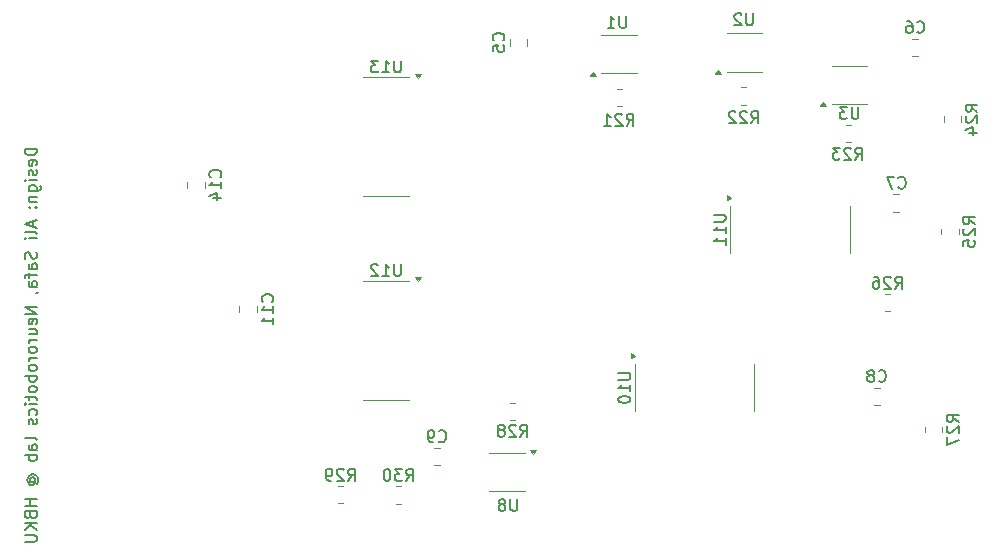
<source format=gbr>
%TF.GenerationSoftware,KiCad,Pcbnew,8.0.8*%
%TF.CreationDate,2025-07-24T20:19:30+03:00*%
%TF.ProjectId,memristor_shield,6d656d72-6973-4746-9f72-5f736869656c,rev?*%
%TF.SameCoordinates,Original*%
%TF.FileFunction,Legend,Bot*%
%TF.FilePolarity,Positive*%
%FSLAX46Y46*%
G04 Gerber Fmt 4.6, Leading zero omitted, Abs format (unit mm)*
G04 Created by KiCad (PCBNEW 8.0.8) date 2025-07-24 20:19:30*
%MOMM*%
%LPD*%
G01*
G04 APERTURE LIST*
%ADD10C,0.150000*%
%ADD11C,0.120000*%
G04 APERTURE END LIST*
D10*
X111449819Y-63656779D02*
X110449819Y-63656779D01*
X110449819Y-63656779D02*
X110449819Y-63894874D01*
X110449819Y-63894874D02*
X110497438Y-64037731D01*
X110497438Y-64037731D02*
X110592676Y-64132969D01*
X110592676Y-64132969D02*
X110687914Y-64180588D01*
X110687914Y-64180588D02*
X110878390Y-64228207D01*
X110878390Y-64228207D02*
X111021247Y-64228207D01*
X111021247Y-64228207D02*
X111211723Y-64180588D01*
X111211723Y-64180588D02*
X111306961Y-64132969D01*
X111306961Y-64132969D02*
X111402200Y-64037731D01*
X111402200Y-64037731D02*
X111449819Y-63894874D01*
X111449819Y-63894874D02*
X111449819Y-63656779D01*
X111402200Y-65037731D02*
X111449819Y-64942493D01*
X111449819Y-64942493D02*
X111449819Y-64752017D01*
X111449819Y-64752017D02*
X111402200Y-64656779D01*
X111402200Y-64656779D02*
X111306961Y-64609160D01*
X111306961Y-64609160D02*
X110926009Y-64609160D01*
X110926009Y-64609160D02*
X110830771Y-64656779D01*
X110830771Y-64656779D02*
X110783152Y-64752017D01*
X110783152Y-64752017D02*
X110783152Y-64942493D01*
X110783152Y-64942493D02*
X110830771Y-65037731D01*
X110830771Y-65037731D02*
X110926009Y-65085350D01*
X110926009Y-65085350D02*
X111021247Y-65085350D01*
X111021247Y-65085350D02*
X111116485Y-64609160D01*
X111402200Y-65466303D02*
X111449819Y-65561541D01*
X111449819Y-65561541D02*
X111449819Y-65752017D01*
X111449819Y-65752017D02*
X111402200Y-65847255D01*
X111402200Y-65847255D02*
X111306961Y-65894874D01*
X111306961Y-65894874D02*
X111259342Y-65894874D01*
X111259342Y-65894874D02*
X111164104Y-65847255D01*
X111164104Y-65847255D02*
X111116485Y-65752017D01*
X111116485Y-65752017D02*
X111116485Y-65609160D01*
X111116485Y-65609160D02*
X111068866Y-65513922D01*
X111068866Y-65513922D02*
X110973628Y-65466303D01*
X110973628Y-65466303D02*
X110926009Y-65466303D01*
X110926009Y-65466303D02*
X110830771Y-65513922D01*
X110830771Y-65513922D02*
X110783152Y-65609160D01*
X110783152Y-65609160D02*
X110783152Y-65752017D01*
X110783152Y-65752017D02*
X110830771Y-65847255D01*
X111449819Y-66323446D02*
X110783152Y-66323446D01*
X110449819Y-66323446D02*
X110497438Y-66275827D01*
X110497438Y-66275827D02*
X110545057Y-66323446D01*
X110545057Y-66323446D02*
X110497438Y-66371065D01*
X110497438Y-66371065D02*
X110449819Y-66323446D01*
X110449819Y-66323446D02*
X110545057Y-66323446D01*
X110783152Y-67228207D02*
X111592676Y-67228207D01*
X111592676Y-67228207D02*
X111687914Y-67180588D01*
X111687914Y-67180588D02*
X111735533Y-67132969D01*
X111735533Y-67132969D02*
X111783152Y-67037731D01*
X111783152Y-67037731D02*
X111783152Y-66894874D01*
X111783152Y-66894874D02*
X111735533Y-66799636D01*
X111402200Y-67228207D02*
X111449819Y-67132969D01*
X111449819Y-67132969D02*
X111449819Y-66942493D01*
X111449819Y-66942493D02*
X111402200Y-66847255D01*
X111402200Y-66847255D02*
X111354580Y-66799636D01*
X111354580Y-66799636D02*
X111259342Y-66752017D01*
X111259342Y-66752017D02*
X110973628Y-66752017D01*
X110973628Y-66752017D02*
X110878390Y-66799636D01*
X110878390Y-66799636D02*
X110830771Y-66847255D01*
X110830771Y-66847255D02*
X110783152Y-66942493D01*
X110783152Y-66942493D02*
X110783152Y-67132969D01*
X110783152Y-67132969D02*
X110830771Y-67228207D01*
X110783152Y-67704398D02*
X111449819Y-67704398D01*
X110878390Y-67704398D02*
X110830771Y-67752017D01*
X110830771Y-67752017D02*
X110783152Y-67847255D01*
X110783152Y-67847255D02*
X110783152Y-67990112D01*
X110783152Y-67990112D02*
X110830771Y-68085350D01*
X110830771Y-68085350D02*
X110926009Y-68132969D01*
X110926009Y-68132969D02*
X111449819Y-68132969D01*
X111354580Y-68609160D02*
X111402200Y-68656779D01*
X111402200Y-68656779D02*
X111449819Y-68609160D01*
X111449819Y-68609160D02*
X111402200Y-68561541D01*
X111402200Y-68561541D02*
X111354580Y-68609160D01*
X111354580Y-68609160D02*
X111449819Y-68609160D01*
X110830771Y-68609160D02*
X110878390Y-68656779D01*
X110878390Y-68656779D02*
X110926009Y-68609160D01*
X110926009Y-68609160D02*
X110878390Y-68561541D01*
X110878390Y-68561541D02*
X110830771Y-68609160D01*
X110830771Y-68609160D02*
X110926009Y-68609160D01*
X111164104Y-69799636D02*
X111164104Y-70275826D01*
X111449819Y-69704398D02*
X110449819Y-70037731D01*
X110449819Y-70037731D02*
X111449819Y-70371064D01*
X111449819Y-70847255D02*
X111402200Y-70752017D01*
X111402200Y-70752017D02*
X111306961Y-70704398D01*
X111306961Y-70704398D02*
X110449819Y-70704398D01*
X111449819Y-71228208D02*
X110783152Y-71228208D01*
X110449819Y-71228208D02*
X110497438Y-71180589D01*
X110497438Y-71180589D02*
X110545057Y-71228208D01*
X110545057Y-71228208D02*
X110497438Y-71275827D01*
X110497438Y-71275827D02*
X110449819Y-71228208D01*
X110449819Y-71228208D02*
X110545057Y-71228208D01*
X111402200Y-72418684D02*
X111449819Y-72561541D01*
X111449819Y-72561541D02*
X111449819Y-72799636D01*
X111449819Y-72799636D02*
X111402200Y-72894874D01*
X111402200Y-72894874D02*
X111354580Y-72942493D01*
X111354580Y-72942493D02*
X111259342Y-72990112D01*
X111259342Y-72990112D02*
X111164104Y-72990112D01*
X111164104Y-72990112D02*
X111068866Y-72942493D01*
X111068866Y-72942493D02*
X111021247Y-72894874D01*
X111021247Y-72894874D02*
X110973628Y-72799636D01*
X110973628Y-72799636D02*
X110926009Y-72609160D01*
X110926009Y-72609160D02*
X110878390Y-72513922D01*
X110878390Y-72513922D02*
X110830771Y-72466303D01*
X110830771Y-72466303D02*
X110735533Y-72418684D01*
X110735533Y-72418684D02*
X110640295Y-72418684D01*
X110640295Y-72418684D02*
X110545057Y-72466303D01*
X110545057Y-72466303D02*
X110497438Y-72513922D01*
X110497438Y-72513922D02*
X110449819Y-72609160D01*
X110449819Y-72609160D02*
X110449819Y-72847255D01*
X110449819Y-72847255D02*
X110497438Y-72990112D01*
X111449819Y-73847255D02*
X110926009Y-73847255D01*
X110926009Y-73847255D02*
X110830771Y-73799636D01*
X110830771Y-73799636D02*
X110783152Y-73704398D01*
X110783152Y-73704398D02*
X110783152Y-73513922D01*
X110783152Y-73513922D02*
X110830771Y-73418684D01*
X111402200Y-73847255D02*
X111449819Y-73752017D01*
X111449819Y-73752017D02*
X111449819Y-73513922D01*
X111449819Y-73513922D02*
X111402200Y-73418684D01*
X111402200Y-73418684D02*
X111306961Y-73371065D01*
X111306961Y-73371065D02*
X111211723Y-73371065D01*
X111211723Y-73371065D02*
X111116485Y-73418684D01*
X111116485Y-73418684D02*
X111068866Y-73513922D01*
X111068866Y-73513922D02*
X111068866Y-73752017D01*
X111068866Y-73752017D02*
X111021247Y-73847255D01*
X110783152Y-74180589D02*
X110783152Y-74561541D01*
X111449819Y-74323446D02*
X110592676Y-74323446D01*
X110592676Y-74323446D02*
X110497438Y-74371065D01*
X110497438Y-74371065D02*
X110449819Y-74466303D01*
X110449819Y-74466303D02*
X110449819Y-74561541D01*
X111449819Y-75323446D02*
X110926009Y-75323446D01*
X110926009Y-75323446D02*
X110830771Y-75275827D01*
X110830771Y-75275827D02*
X110783152Y-75180589D01*
X110783152Y-75180589D02*
X110783152Y-74990113D01*
X110783152Y-74990113D02*
X110830771Y-74894875D01*
X111402200Y-75323446D02*
X111449819Y-75228208D01*
X111449819Y-75228208D02*
X111449819Y-74990113D01*
X111449819Y-74990113D02*
X111402200Y-74894875D01*
X111402200Y-74894875D02*
X111306961Y-74847256D01*
X111306961Y-74847256D02*
X111211723Y-74847256D01*
X111211723Y-74847256D02*
X111116485Y-74894875D01*
X111116485Y-74894875D02*
X111068866Y-74990113D01*
X111068866Y-74990113D02*
X111068866Y-75228208D01*
X111068866Y-75228208D02*
X111021247Y-75323446D01*
X111402200Y-75847256D02*
X111449819Y-75847256D01*
X111449819Y-75847256D02*
X111545057Y-75799637D01*
X111545057Y-75799637D02*
X111592676Y-75752018D01*
X111449819Y-77037732D02*
X110449819Y-77037732D01*
X110449819Y-77037732D02*
X111449819Y-77609160D01*
X111449819Y-77609160D02*
X110449819Y-77609160D01*
X111402200Y-78466303D02*
X111449819Y-78371065D01*
X111449819Y-78371065D02*
X111449819Y-78180589D01*
X111449819Y-78180589D02*
X111402200Y-78085351D01*
X111402200Y-78085351D02*
X111306961Y-78037732D01*
X111306961Y-78037732D02*
X110926009Y-78037732D01*
X110926009Y-78037732D02*
X110830771Y-78085351D01*
X110830771Y-78085351D02*
X110783152Y-78180589D01*
X110783152Y-78180589D02*
X110783152Y-78371065D01*
X110783152Y-78371065D02*
X110830771Y-78466303D01*
X110830771Y-78466303D02*
X110926009Y-78513922D01*
X110926009Y-78513922D02*
X111021247Y-78513922D01*
X111021247Y-78513922D02*
X111116485Y-78037732D01*
X110783152Y-79371065D02*
X111449819Y-79371065D01*
X110783152Y-78942494D02*
X111306961Y-78942494D01*
X111306961Y-78942494D02*
X111402200Y-78990113D01*
X111402200Y-78990113D02*
X111449819Y-79085351D01*
X111449819Y-79085351D02*
X111449819Y-79228208D01*
X111449819Y-79228208D02*
X111402200Y-79323446D01*
X111402200Y-79323446D02*
X111354580Y-79371065D01*
X111449819Y-79847256D02*
X110783152Y-79847256D01*
X110973628Y-79847256D02*
X110878390Y-79894875D01*
X110878390Y-79894875D02*
X110830771Y-79942494D01*
X110830771Y-79942494D02*
X110783152Y-80037732D01*
X110783152Y-80037732D02*
X110783152Y-80132970D01*
X111449819Y-80609161D02*
X111402200Y-80513923D01*
X111402200Y-80513923D02*
X111354580Y-80466304D01*
X111354580Y-80466304D02*
X111259342Y-80418685D01*
X111259342Y-80418685D02*
X110973628Y-80418685D01*
X110973628Y-80418685D02*
X110878390Y-80466304D01*
X110878390Y-80466304D02*
X110830771Y-80513923D01*
X110830771Y-80513923D02*
X110783152Y-80609161D01*
X110783152Y-80609161D02*
X110783152Y-80752018D01*
X110783152Y-80752018D02*
X110830771Y-80847256D01*
X110830771Y-80847256D02*
X110878390Y-80894875D01*
X110878390Y-80894875D02*
X110973628Y-80942494D01*
X110973628Y-80942494D02*
X111259342Y-80942494D01*
X111259342Y-80942494D02*
X111354580Y-80894875D01*
X111354580Y-80894875D02*
X111402200Y-80847256D01*
X111402200Y-80847256D02*
X111449819Y-80752018D01*
X111449819Y-80752018D02*
X111449819Y-80609161D01*
X111449819Y-81371066D02*
X110783152Y-81371066D01*
X110973628Y-81371066D02*
X110878390Y-81418685D01*
X110878390Y-81418685D02*
X110830771Y-81466304D01*
X110830771Y-81466304D02*
X110783152Y-81561542D01*
X110783152Y-81561542D02*
X110783152Y-81656780D01*
X111449819Y-82132971D02*
X111402200Y-82037733D01*
X111402200Y-82037733D02*
X111354580Y-81990114D01*
X111354580Y-81990114D02*
X111259342Y-81942495D01*
X111259342Y-81942495D02*
X110973628Y-81942495D01*
X110973628Y-81942495D02*
X110878390Y-81990114D01*
X110878390Y-81990114D02*
X110830771Y-82037733D01*
X110830771Y-82037733D02*
X110783152Y-82132971D01*
X110783152Y-82132971D02*
X110783152Y-82275828D01*
X110783152Y-82275828D02*
X110830771Y-82371066D01*
X110830771Y-82371066D02*
X110878390Y-82418685D01*
X110878390Y-82418685D02*
X110973628Y-82466304D01*
X110973628Y-82466304D02*
X111259342Y-82466304D01*
X111259342Y-82466304D02*
X111354580Y-82418685D01*
X111354580Y-82418685D02*
X111402200Y-82371066D01*
X111402200Y-82371066D02*
X111449819Y-82275828D01*
X111449819Y-82275828D02*
X111449819Y-82132971D01*
X111449819Y-82894876D02*
X110449819Y-82894876D01*
X110830771Y-82894876D02*
X110783152Y-82990114D01*
X110783152Y-82990114D02*
X110783152Y-83180590D01*
X110783152Y-83180590D02*
X110830771Y-83275828D01*
X110830771Y-83275828D02*
X110878390Y-83323447D01*
X110878390Y-83323447D02*
X110973628Y-83371066D01*
X110973628Y-83371066D02*
X111259342Y-83371066D01*
X111259342Y-83371066D02*
X111354580Y-83323447D01*
X111354580Y-83323447D02*
X111402200Y-83275828D01*
X111402200Y-83275828D02*
X111449819Y-83180590D01*
X111449819Y-83180590D02*
X111449819Y-82990114D01*
X111449819Y-82990114D02*
X111402200Y-82894876D01*
X111449819Y-83942495D02*
X111402200Y-83847257D01*
X111402200Y-83847257D02*
X111354580Y-83799638D01*
X111354580Y-83799638D02*
X111259342Y-83752019D01*
X111259342Y-83752019D02*
X110973628Y-83752019D01*
X110973628Y-83752019D02*
X110878390Y-83799638D01*
X110878390Y-83799638D02*
X110830771Y-83847257D01*
X110830771Y-83847257D02*
X110783152Y-83942495D01*
X110783152Y-83942495D02*
X110783152Y-84085352D01*
X110783152Y-84085352D02*
X110830771Y-84180590D01*
X110830771Y-84180590D02*
X110878390Y-84228209D01*
X110878390Y-84228209D02*
X110973628Y-84275828D01*
X110973628Y-84275828D02*
X111259342Y-84275828D01*
X111259342Y-84275828D02*
X111354580Y-84228209D01*
X111354580Y-84228209D02*
X111402200Y-84180590D01*
X111402200Y-84180590D02*
X111449819Y-84085352D01*
X111449819Y-84085352D02*
X111449819Y-83942495D01*
X110783152Y-84561543D02*
X110783152Y-84942495D01*
X110449819Y-84704400D02*
X111306961Y-84704400D01*
X111306961Y-84704400D02*
X111402200Y-84752019D01*
X111402200Y-84752019D02*
X111449819Y-84847257D01*
X111449819Y-84847257D02*
X111449819Y-84942495D01*
X111449819Y-85275829D02*
X110783152Y-85275829D01*
X110449819Y-85275829D02*
X110497438Y-85228210D01*
X110497438Y-85228210D02*
X110545057Y-85275829D01*
X110545057Y-85275829D02*
X110497438Y-85323448D01*
X110497438Y-85323448D02*
X110449819Y-85275829D01*
X110449819Y-85275829D02*
X110545057Y-85275829D01*
X111402200Y-86180590D02*
X111449819Y-86085352D01*
X111449819Y-86085352D02*
X111449819Y-85894876D01*
X111449819Y-85894876D02*
X111402200Y-85799638D01*
X111402200Y-85799638D02*
X111354580Y-85752019D01*
X111354580Y-85752019D02*
X111259342Y-85704400D01*
X111259342Y-85704400D02*
X110973628Y-85704400D01*
X110973628Y-85704400D02*
X110878390Y-85752019D01*
X110878390Y-85752019D02*
X110830771Y-85799638D01*
X110830771Y-85799638D02*
X110783152Y-85894876D01*
X110783152Y-85894876D02*
X110783152Y-86085352D01*
X110783152Y-86085352D02*
X110830771Y-86180590D01*
X111402200Y-86561543D02*
X111449819Y-86656781D01*
X111449819Y-86656781D02*
X111449819Y-86847257D01*
X111449819Y-86847257D02*
X111402200Y-86942495D01*
X111402200Y-86942495D02*
X111306961Y-86990114D01*
X111306961Y-86990114D02*
X111259342Y-86990114D01*
X111259342Y-86990114D02*
X111164104Y-86942495D01*
X111164104Y-86942495D02*
X111116485Y-86847257D01*
X111116485Y-86847257D02*
X111116485Y-86704400D01*
X111116485Y-86704400D02*
X111068866Y-86609162D01*
X111068866Y-86609162D02*
X110973628Y-86561543D01*
X110973628Y-86561543D02*
X110926009Y-86561543D01*
X110926009Y-86561543D02*
X110830771Y-86609162D01*
X110830771Y-86609162D02*
X110783152Y-86704400D01*
X110783152Y-86704400D02*
X110783152Y-86847257D01*
X110783152Y-86847257D02*
X110830771Y-86942495D01*
X111449819Y-88323448D02*
X111402200Y-88228210D01*
X111402200Y-88228210D02*
X111306961Y-88180591D01*
X111306961Y-88180591D02*
X110449819Y-88180591D01*
X111449819Y-89132972D02*
X110926009Y-89132972D01*
X110926009Y-89132972D02*
X110830771Y-89085353D01*
X110830771Y-89085353D02*
X110783152Y-88990115D01*
X110783152Y-88990115D02*
X110783152Y-88799639D01*
X110783152Y-88799639D02*
X110830771Y-88704401D01*
X111402200Y-89132972D02*
X111449819Y-89037734D01*
X111449819Y-89037734D02*
X111449819Y-88799639D01*
X111449819Y-88799639D02*
X111402200Y-88704401D01*
X111402200Y-88704401D02*
X111306961Y-88656782D01*
X111306961Y-88656782D02*
X111211723Y-88656782D01*
X111211723Y-88656782D02*
X111116485Y-88704401D01*
X111116485Y-88704401D02*
X111068866Y-88799639D01*
X111068866Y-88799639D02*
X111068866Y-89037734D01*
X111068866Y-89037734D02*
X111021247Y-89132972D01*
X111449819Y-89609163D02*
X110449819Y-89609163D01*
X110830771Y-89609163D02*
X110783152Y-89704401D01*
X110783152Y-89704401D02*
X110783152Y-89894877D01*
X110783152Y-89894877D02*
X110830771Y-89990115D01*
X110830771Y-89990115D02*
X110878390Y-90037734D01*
X110878390Y-90037734D02*
X110973628Y-90085353D01*
X110973628Y-90085353D02*
X111259342Y-90085353D01*
X111259342Y-90085353D02*
X111354580Y-90037734D01*
X111354580Y-90037734D02*
X111402200Y-89990115D01*
X111402200Y-89990115D02*
X111449819Y-89894877D01*
X111449819Y-89894877D02*
X111449819Y-89704401D01*
X111449819Y-89704401D02*
X111402200Y-89609163D01*
X110973628Y-91894877D02*
X110926009Y-91847258D01*
X110926009Y-91847258D02*
X110878390Y-91752020D01*
X110878390Y-91752020D02*
X110878390Y-91656782D01*
X110878390Y-91656782D02*
X110926009Y-91561544D01*
X110926009Y-91561544D02*
X110973628Y-91513925D01*
X110973628Y-91513925D02*
X111068866Y-91466306D01*
X111068866Y-91466306D02*
X111164104Y-91466306D01*
X111164104Y-91466306D02*
X111259342Y-91513925D01*
X111259342Y-91513925D02*
X111306961Y-91561544D01*
X111306961Y-91561544D02*
X111354580Y-91656782D01*
X111354580Y-91656782D02*
X111354580Y-91752020D01*
X111354580Y-91752020D02*
X111306961Y-91847258D01*
X111306961Y-91847258D02*
X111259342Y-91894877D01*
X110878390Y-91894877D02*
X111259342Y-91894877D01*
X111259342Y-91894877D02*
X111306961Y-91942496D01*
X111306961Y-91942496D02*
X111306961Y-91990115D01*
X111306961Y-91990115D02*
X111259342Y-92085354D01*
X111259342Y-92085354D02*
X111164104Y-92132973D01*
X111164104Y-92132973D02*
X110926009Y-92132973D01*
X110926009Y-92132973D02*
X110783152Y-92037735D01*
X110783152Y-92037735D02*
X110687914Y-91894877D01*
X110687914Y-91894877D02*
X110640295Y-91704401D01*
X110640295Y-91704401D02*
X110687914Y-91513925D01*
X110687914Y-91513925D02*
X110783152Y-91371068D01*
X110783152Y-91371068D02*
X110926009Y-91275830D01*
X110926009Y-91275830D02*
X111116485Y-91228211D01*
X111116485Y-91228211D02*
X111306961Y-91275830D01*
X111306961Y-91275830D02*
X111449819Y-91371068D01*
X111449819Y-91371068D02*
X111545057Y-91513925D01*
X111545057Y-91513925D02*
X111592676Y-91704401D01*
X111592676Y-91704401D02*
X111545057Y-91894877D01*
X111545057Y-91894877D02*
X111449819Y-92037735D01*
X111449819Y-93323449D02*
X110449819Y-93323449D01*
X110926009Y-93323449D02*
X110926009Y-93894877D01*
X111449819Y-93894877D02*
X110449819Y-93894877D01*
X110926009Y-94704401D02*
X110973628Y-94847258D01*
X110973628Y-94847258D02*
X111021247Y-94894877D01*
X111021247Y-94894877D02*
X111116485Y-94942496D01*
X111116485Y-94942496D02*
X111259342Y-94942496D01*
X111259342Y-94942496D02*
X111354580Y-94894877D01*
X111354580Y-94894877D02*
X111402200Y-94847258D01*
X111402200Y-94847258D02*
X111449819Y-94752020D01*
X111449819Y-94752020D02*
X111449819Y-94371068D01*
X111449819Y-94371068D02*
X110449819Y-94371068D01*
X110449819Y-94371068D02*
X110449819Y-94704401D01*
X110449819Y-94704401D02*
X110497438Y-94799639D01*
X110497438Y-94799639D02*
X110545057Y-94847258D01*
X110545057Y-94847258D02*
X110640295Y-94894877D01*
X110640295Y-94894877D02*
X110735533Y-94894877D01*
X110735533Y-94894877D02*
X110830771Y-94847258D01*
X110830771Y-94847258D02*
X110878390Y-94799639D01*
X110878390Y-94799639D02*
X110926009Y-94704401D01*
X110926009Y-94704401D02*
X110926009Y-94371068D01*
X111449819Y-95371068D02*
X110449819Y-95371068D01*
X111449819Y-95942496D02*
X110878390Y-95513925D01*
X110449819Y-95942496D02*
X111021247Y-95371068D01*
X110449819Y-96371068D02*
X111259342Y-96371068D01*
X111259342Y-96371068D02*
X111354580Y-96418687D01*
X111354580Y-96418687D02*
X111402200Y-96466306D01*
X111402200Y-96466306D02*
X111449819Y-96561544D01*
X111449819Y-96561544D02*
X111449819Y-96752020D01*
X111449819Y-96752020D02*
X111402200Y-96847258D01*
X111402200Y-96847258D02*
X111354580Y-96894877D01*
X111354580Y-96894877D02*
X111259342Y-96942496D01*
X111259342Y-96942496D02*
X110449819Y-96942496D01*
X131399580Y-76617142D02*
X131447200Y-76569523D01*
X131447200Y-76569523D02*
X131494819Y-76426666D01*
X131494819Y-76426666D02*
X131494819Y-76331428D01*
X131494819Y-76331428D02*
X131447200Y-76188571D01*
X131447200Y-76188571D02*
X131351961Y-76093333D01*
X131351961Y-76093333D02*
X131256723Y-76045714D01*
X131256723Y-76045714D02*
X131066247Y-75998095D01*
X131066247Y-75998095D02*
X130923390Y-75998095D01*
X130923390Y-75998095D02*
X130732914Y-76045714D01*
X130732914Y-76045714D02*
X130637676Y-76093333D01*
X130637676Y-76093333D02*
X130542438Y-76188571D01*
X130542438Y-76188571D02*
X130494819Y-76331428D01*
X130494819Y-76331428D02*
X130494819Y-76426666D01*
X130494819Y-76426666D02*
X130542438Y-76569523D01*
X130542438Y-76569523D02*
X130590057Y-76617142D01*
X131494819Y-77569523D02*
X131494819Y-76998095D01*
X131494819Y-77283809D02*
X130494819Y-77283809D01*
X130494819Y-77283809D02*
X130637676Y-77188571D01*
X130637676Y-77188571D02*
X130732914Y-77093333D01*
X130732914Y-77093333D02*
X130780533Y-76998095D01*
X131494819Y-78521904D02*
X131494819Y-77950476D01*
X131494819Y-78236190D02*
X130494819Y-78236190D01*
X130494819Y-78236190D02*
X130637676Y-78140952D01*
X130637676Y-78140952D02*
X130732914Y-78045714D01*
X130732914Y-78045714D02*
X130780533Y-77950476D01*
X190904819Y-70047142D02*
X190428628Y-69713809D01*
X190904819Y-69475714D02*
X189904819Y-69475714D01*
X189904819Y-69475714D02*
X189904819Y-69856666D01*
X189904819Y-69856666D02*
X189952438Y-69951904D01*
X189952438Y-69951904D02*
X190000057Y-69999523D01*
X190000057Y-69999523D02*
X190095295Y-70047142D01*
X190095295Y-70047142D02*
X190238152Y-70047142D01*
X190238152Y-70047142D02*
X190333390Y-69999523D01*
X190333390Y-69999523D02*
X190381009Y-69951904D01*
X190381009Y-69951904D02*
X190428628Y-69856666D01*
X190428628Y-69856666D02*
X190428628Y-69475714D01*
X190000057Y-70428095D02*
X189952438Y-70475714D01*
X189952438Y-70475714D02*
X189904819Y-70570952D01*
X189904819Y-70570952D02*
X189904819Y-70809047D01*
X189904819Y-70809047D02*
X189952438Y-70904285D01*
X189952438Y-70904285D02*
X190000057Y-70951904D01*
X190000057Y-70951904D02*
X190095295Y-70999523D01*
X190095295Y-70999523D02*
X190190533Y-70999523D01*
X190190533Y-70999523D02*
X190333390Y-70951904D01*
X190333390Y-70951904D02*
X190904819Y-70380476D01*
X190904819Y-70380476D02*
X190904819Y-70999523D01*
X189904819Y-71904285D02*
X189904819Y-71428095D01*
X189904819Y-71428095D02*
X190381009Y-71380476D01*
X190381009Y-71380476D02*
X190333390Y-71428095D01*
X190333390Y-71428095D02*
X190285771Y-71523333D01*
X190285771Y-71523333D02*
X190285771Y-71761428D01*
X190285771Y-71761428D02*
X190333390Y-71856666D01*
X190333390Y-71856666D02*
X190381009Y-71904285D01*
X190381009Y-71904285D02*
X190476247Y-71951904D01*
X190476247Y-71951904D02*
X190714342Y-71951904D01*
X190714342Y-71951904D02*
X190809580Y-71904285D01*
X190809580Y-71904285D02*
X190857200Y-71856666D01*
X190857200Y-71856666D02*
X190904819Y-71761428D01*
X190904819Y-71761428D02*
X190904819Y-71523333D01*
X190904819Y-71523333D02*
X190857200Y-71428095D01*
X190857200Y-71428095D02*
X190809580Y-71380476D01*
X161402857Y-61704819D02*
X161736190Y-61228628D01*
X161974285Y-61704819D02*
X161974285Y-60704819D01*
X161974285Y-60704819D02*
X161593333Y-60704819D01*
X161593333Y-60704819D02*
X161498095Y-60752438D01*
X161498095Y-60752438D02*
X161450476Y-60800057D01*
X161450476Y-60800057D02*
X161402857Y-60895295D01*
X161402857Y-60895295D02*
X161402857Y-61038152D01*
X161402857Y-61038152D02*
X161450476Y-61133390D01*
X161450476Y-61133390D02*
X161498095Y-61181009D01*
X161498095Y-61181009D02*
X161593333Y-61228628D01*
X161593333Y-61228628D02*
X161974285Y-61228628D01*
X161021904Y-60800057D02*
X160974285Y-60752438D01*
X160974285Y-60752438D02*
X160879047Y-60704819D01*
X160879047Y-60704819D02*
X160640952Y-60704819D01*
X160640952Y-60704819D02*
X160545714Y-60752438D01*
X160545714Y-60752438D02*
X160498095Y-60800057D01*
X160498095Y-60800057D02*
X160450476Y-60895295D01*
X160450476Y-60895295D02*
X160450476Y-60990533D01*
X160450476Y-60990533D02*
X160498095Y-61133390D01*
X160498095Y-61133390D02*
X161069523Y-61704819D01*
X161069523Y-61704819D02*
X160450476Y-61704819D01*
X159498095Y-61704819D02*
X160069523Y-61704819D01*
X159783809Y-61704819D02*
X159783809Y-60704819D01*
X159783809Y-60704819D02*
X159879047Y-60847676D01*
X159879047Y-60847676D02*
X159974285Y-60942914D01*
X159974285Y-60942914D02*
X160069523Y-60990533D01*
X142293094Y-73429819D02*
X142293094Y-74239342D01*
X142293094Y-74239342D02*
X142245475Y-74334580D01*
X142245475Y-74334580D02*
X142197856Y-74382200D01*
X142197856Y-74382200D02*
X142102618Y-74429819D01*
X142102618Y-74429819D02*
X141912142Y-74429819D01*
X141912142Y-74429819D02*
X141816904Y-74382200D01*
X141816904Y-74382200D02*
X141769285Y-74334580D01*
X141769285Y-74334580D02*
X141721666Y-74239342D01*
X141721666Y-74239342D02*
X141721666Y-73429819D01*
X140721666Y-74429819D02*
X141293094Y-74429819D01*
X141007380Y-74429819D02*
X141007380Y-73429819D01*
X141007380Y-73429819D02*
X141102618Y-73572676D01*
X141102618Y-73572676D02*
X141197856Y-73667914D01*
X141197856Y-73667914D02*
X141293094Y-73715533D01*
X140340713Y-73525057D02*
X140293094Y-73477438D01*
X140293094Y-73477438D02*
X140197856Y-73429819D01*
X140197856Y-73429819D02*
X139959761Y-73429819D01*
X139959761Y-73429819D02*
X139864523Y-73477438D01*
X139864523Y-73477438D02*
X139816904Y-73525057D01*
X139816904Y-73525057D02*
X139769285Y-73620295D01*
X139769285Y-73620295D02*
X139769285Y-73715533D01*
X139769285Y-73715533D02*
X139816904Y-73858390D01*
X139816904Y-73858390D02*
X140388332Y-74429819D01*
X140388332Y-74429819D02*
X139769285Y-74429819D01*
X184132857Y-75494819D02*
X184466190Y-75018628D01*
X184704285Y-75494819D02*
X184704285Y-74494819D01*
X184704285Y-74494819D02*
X184323333Y-74494819D01*
X184323333Y-74494819D02*
X184228095Y-74542438D01*
X184228095Y-74542438D02*
X184180476Y-74590057D01*
X184180476Y-74590057D02*
X184132857Y-74685295D01*
X184132857Y-74685295D02*
X184132857Y-74828152D01*
X184132857Y-74828152D02*
X184180476Y-74923390D01*
X184180476Y-74923390D02*
X184228095Y-74971009D01*
X184228095Y-74971009D02*
X184323333Y-75018628D01*
X184323333Y-75018628D02*
X184704285Y-75018628D01*
X183751904Y-74590057D02*
X183704285Y-74542438D01*
X183704285Y-74542438D02*
X183609047Y-74494819D01*
X183609047Y-74494819D02*
X183370952Y-74494819D01*
X183370952Y-74494819D02*
X183275714Y-74542438D01*
X183275714Y-74542438D02*
X183228095Y-74590057D01*
X183228095Y-74590057D02*
X183180476Y-74685295D01*
X183180476Y-74685295D02*
X183180476Y-74780533D01*
X183180476Y-74780533D02*
X183228095Y-74923390D01*
X183228095Y-74923390D02*
X183799523Y-75494819D01*
X183799523Y-75494819D02*
X183180476Y-75494819D01*
X182323333Y-74494819D02*
X182513809Y-74494819D01*
X182513809Y-74494819D02*
X182609047Y-74542438D01*
X182609047Y-74542438D02*
X182656666Y-74590057D01*
X182656666Y-74590057D02*
X182751904Y-74732914D01*
X182751904Y-74732914D02*
X182799523Y-74923390D01*
X182799523Y-74923390D02*
X182799523Y-75304342D01*
X182799523Y-75304342D02*
X182751904Y-75399580D01*
X182751904Y-75399580D02*
X182704285Y-75447200D01*
X182704285Y-75447200D02*
X182609047Y-75494819D01*
X182609047Y-75494819D02*
X182418571Y-75494819D01*
X182418571Y-75494819D02*
X182323333Y-75447200D01*
X182323333Y-75447200D02*
X182275714Y-75399580D01*
X182275714Y-75399580D02*
X182228095Y-75304342D01*
X182228095Y-75304342D02*
X182228095Y-75066247D01*
X182228095Y-75066247D02*
X182275714Y-74971009D01*
X182275714Y-74971009D02*
X182323333Y-74923390D01*
X182323333Y-74923390D02*
X182418571Y-74875771D01*
X182418571Y-74875771D02*
X182609047Y-74875771D01*
X182609047Y-74875771D02*
X182704285Y-74923390D01*
X182704285Y-74923390D02*
X182751904Y-74971009D01*
X182751904Y-74971009D02*
X182799523Y-75066247D01*
X189514819Y-86777142D02*
X189038628Y-86443809D01*
X189514819Y-86205714D02*
X188514819Y-86205714D01*
X188514819Y-86205714D02*
X188514819Y-86586666D01*
X188514819Y-86586666D02*
X188562438Y-86681904D01*
X188562438Y-86681904D02*
X188610057Y-86729523D01*
X188610057Y-86729523D02*
X188705295Y-86777142D01*
X188705295Y-86777142D02*
X188848152Y-86777142D01*
X188848152Y-86777142D02*
X188943390Y-86729523D01*
X188943390Y-86729523D02*
X188991009Y-86681904D01*
X188991009Y-86681904D02*
X189038628Y-86586666D01*
X189038628Y-86586666D02*
X189038628Y-86205714D01*
X188610057Y-87158095D02*
X188562438Y-87205714D01*
X188562438Y-87205714D02*
X188514819Y-87300952D01*
X188514819Y-87300952D02*
X188514819Y-87539047D01*
X188514819Y-87539047D02*
X188562438Y-87634285D01*
X188562438Y-87634285D02*
X188610057Y-87681904D01*
X188610057Y-87681904D02*
X188705295Y-87729523D01*
X188705295Y-87729523D02*
X188800533Y-87729523D01*
X188800533Y-87729523D02*
X188943390Y-87681904D01*
X188943390Y-87681904D02*
X189514819Y-87110476D01*
X189514819Y-87110476D02*
X189514819Y-87729523D01*
X188514819Y-88062857D02*
X188514819Y-88729523D01*
X188514819Y-88729523D02*
X189514819Y-88300952D01*
X184414166Y-66939580D02*
X184461785Y-66987200D01*
X184461785Y-66987200D02*
X184604642Y-67034819D01*
X184604642Y-67034819D02*
X184699880Y-67034819D01*
X184699880Y-67034819D02*
X184842737Y-66987200D01*
X184842737Y-66987200D02*
X184937975Y-66891961D01*
X184937975Y-66891961D02*
X184985594Y-66796723D01*
X184985594Y-66796723D02*
X185033213Y-66606247D01*
X185033213Y-66606247D02*
X185033213Y-66463390D01*
X185033213Y-66463390D02*
X184985594Y-66272914D01*
X184985594Y-66272914D02*
X184937975Y-66177676D01*
X184937975Y-66177676D02*
X184842737Y-66082438D01*
X184842737Y-66082438D02*
X184699880Y-66034819D01*
X184699880Y-66034819D02*
X184604642Y-66034819D01*
X184604642Y-66034819D02*
X184461785Y-66082438D01*
X184461785Y-66082438D02*
X184414166Y-66130057D01*
X184080832Y-66034819D02*
X183414166Y-66034819D01*
X183414166Y-66034819D02*
X183842737Y-67034819D01*
X182746666Y-83299580D02*
X182794285Y-83347200D01*
X182794285Y-83347200D02*
X182937142Y-83394819D01*
X182937142Y-83394819D02*
X183032380Y-83394819D01*
X183032380Y-83394819D02*
X183175237Y-83347200D01*
X183175237Y-83347200D02*
X183270475Y-83251961D01*
X183270475Y-83251961D02*
X183318094Y-83156723D01*
X183318094Y-83156723D02*
X183365713Y-82966247D01*
X183365713Y-82966247D02*
X183365713Y-82823390D01*
X183365713Y-82823390D02*
X183318094Y-82632914D01*
X183318094Y-82632914D02*
X183270475Y-82537676D01*
X183270475Y-82537676D02*
X183175237Y-82442438D01*
X183175237Y-82442438D02*
X183032380Y-82394819D01*
X183032380Y-82394819D02*
X182937142Y-82394819D01*
X182937142Y-82394819D02*
X182794285Y-82442438D01*
X182794285Y-82442438D02*
X182746666Y-82490057D01*
X182175237Y-82823390D02*
X182270475Y-82775771D01*
X182270475Y-82775771D02*
X182318094Y-82728152D01*
X182318094Y-82728152D02*
X182365713Y-82632914D01*
X182365713Y-82632914D02*
X182365713Y-82585295D01*
X182365713Y-82585295D02*
X182318094Y-82490057D01*
X182318094Y-82490057D02*
X182270475Y-82442438D01*
X182270475Y-82442438D02*
X182175237Y-82394819D01*
X182175237Y-82394819D02*
X181984761Y-82394819D01*
X181984761Y-82394819D02*
X181889523Y-82442438D01*
X181889523Y-82442438D02*
X181841904Y-82490057D01*
X181841904Y-82490057D02*
X181794285Y-82585295D01*
X181794285Y-82585295D02*
X181794285Y-82632914D01*
X181794285Y-82632914D02*
X181841904Y-82728152D01*
X181841904Y-82728152D02*
X181889523Y-82775771D01*
X181889523Y-82775771D02*
X181984761Y-82823390D01*
X181984761Y-82823390D02*
X182175237Y-82823390D01*
X182175237Y-82823390D02*
X182270475Y-82871009D01*
X182270475Y-82871009D02*
X182318094Y-82918628D01*
X182318094Y-82918628D02*
X182365713Y-83013866D01*
X182365713Y-83013866D02*
X182365713Y-83204342D01*
X182365713Y-83204342D02*
X182318094Y-83299580D01*
X182318094Y-83299580D02*
X182270475Y-83347200D01*
X182270475Y-83347200D02*
X182175237Y-83394819D01*
X182175237Y-83394819D02*
X181984761Y-83394819D01*
X181984761Y-83394819D02*
X181889523Y-83347200D01*
X181889523Y-83347200D02*
X181841904Y-83299580D01*
X181841904Y-83299580D02*
X181794285Y-83204342D01*
X181794285Y-83204342D02*
X181794285Y-83013866D01*
X181794285Y-83013866D02*
X181841904Y-82918628D01*
X181841904Y-82918628D02*
X181889523Y-82871009D01*
X181889523Y-82871009D02*
X181984761Y-82823390D01*
X137822857Y-91764819D02*
X138156190Y-91288628D01*
X138394285Y-91764819D02*
X138394285Y-90764819D01*
X138394285Y-90764819D02*
X138013333Y-90764819D01*
X138013333Y-90764819D02*
X137918095Y-90812438D01*
X137918095Y-90812438D02*
X137870476Y-90860057D01*
X137870476Y-90860057D02*
X137822857Y-90955295D01*
X137822857Y-90955295D02*
X137822857Y-91098152D01*
X137822857Y-91098152D02*
X137870476Y-91193390D01*
X137870476Y-91193390D02*
X137918095Y-91241009D01*
X137918095Y-91241009D02*
X138013333Y-91288628D01*
X138013333Y-91288628D02*
X138394285Y-91288628D01*
X137441904Y-90860057D02*
X137394285Y-90812438D01*
X137394285Y-90812438D02*
X137299047Y-90764819D01*
X137299047Y-90764819D02*
X137060952Y-90764819D01*
X137060952Y-90764819D02*
X136965714Y-90812438D01*
X136965714Y-90812438D02*
X136918095Y-90860057D01*
X136918095Y-90860057D02*
X136870476Y-90955295D01*
X136870476Y-90955295D02*
X136870476Y-91050533D01*
X136870476Y-91050533D02*
X136918095Y-91193390D01*
X136918095Y-91193390D02*
X137489523Y-91764819D01*
X137489523Y-91764819D02*
X136870476Y-91764819D01*
X136394285Y-91764819D02*
X136203809Y-91764819D01*
X136203809Y-91764819D02*
X136108571Y-91717200D01*
X136108571Y-91717200D02*
X136060952Y-91669580D01*
X136060952Y-91669580D02*
X135965714Y-91526723D01*
X135965714Y-91526723D02*
X135918095Y-91336247D01*
X135918095Y-91336247D02*
X135918095Y-90955295D01*
X135918095Y-90955295D02*
X135965714Y-90860057D01*
X135965714Y-90860057D02*
X136013333Y-90812438D01*
X136013333Y-90812438D02*
X136108571Y-90764819D01*
X136108571Y-90764819D02*
X136299047Y-90764819D01*
X136299047Y-90764819D02*
X136394285Y-90812438D01*
X136394285Y-90812438D02*
X136441904Y-90860057D01*
X136441904Y-90860057D02*
X136489523Y-90955295D01*
X136489523Y-90955295D02*
X136489523Y-91193390D01*
X136489523Y-91193390D02*
X136441904Y-91288628D01*
X136441904Y-91288628D02*
X136394285Y-91336247D01*
X136394285Y-91336247D02*
X136299047Y-91383866D01*
X136299047Y-91383866D02*
X136108571Y-91383866D01*
X136108571Y-91383866D02*
X136013333Y-91336247D01*
X136013333Y-91336247D02*
X135965714Y-91288628D01*
X135965714Y-91288628D02*
X135918095Y-91193390D01*
X142283094Y-56189819D02*
X142283094Y-56999342D01*
X142283094Y-56999342D02*
X142235475Y-57094580D01*
X142235475Y-57094580D02*
X142187856Y-57142200D01*
X142187856Y-57142200D02*
X142092618Y-57189819D01*
X142092618Y-57189819D02*
X141902142Y-57189819D01*
X141902142Y-57189819D02*
X141806904Y-57142200D01*
X141806904Y-57142200D02*
X141759285Y-57094580D01*
X141759285Y-57094580D02*
X141711666Y-56999342D01*
X141711666Y-56999342D02*
X141711666Y-56189819D01*
X140711666Y-57189819D02*
X141283094Y-57189819D01*
X140997380Y-57189819D02*
X140997380Y-56189819D01*
X140997380Y-56189819D02*
X141092618Y-56332676D01*
X141092618Y-56332676D02*
X141187856Y-56427914D01*
X141187856Y-56427914D02*
X141283094Y-56475533D01*
X140378332Y-56189819D02*
X139759285Y-56189819D01*
X139759285Y-56189819D02*
X140092618Y-56570771D01*
X140092618Y-56570771D02*
X139949761Y-56570771D01*
X139949761Y-56570771D02*
X139854523Y-56618390D01*
X139854523Y-56618390D02*
X139806904Y-56666009D01*
X139806904Y-56666009D02*
X139759285Y-56761247D01*
X139759285Y-56761247D02*
X139759285Y-56999342D01*
X139759285Y-56999342D02*
X139806904Y-57094580D01*
X139806904Y-57094580D02*
X139854523Y-57142200D01*
X139854523Y-57142200D02*
X139949761Y-57189819D01*
X139949761Y-57189819D02*
X140235475Y-57189819D01*
X140235475Y-57189819D02*
X140330713Y-57142200D01*
X140330713Y-57142200D02*
X140378332Y-57094580D01*
X168779819Y-69256905D02*
X169589342Y-69256905D01*
X169589342Y-69256905D02*
X169684580Y-69304524D01*
X169684580Y-69304524D02*
X169732200Y-69352143D01*
X169732200Y-69352143D02*
X169779819Y-69447381D01*
X169779819Y-69447381D02*
X169779819Y-69637857D01*
X169779819Y-69637857D02*
X169732200Y-69733095D01*
X169732200Y-69733095D02*
X169684580Y-69780714D01*
X169684580Y-69780714D02*
X169589342Y-69828333D01*
X169589342Y-69828333D02*
X168779819Y-69828333D01*
X169779819Y-70828333D02*
X169779819Y-70256905D01*
X169779819Y-70542619D02*
X168779819Y-70542619D01*
X168779819Y-70542619D02*
X168922676Y-70447381D01*
X168922676Y-70447381D02*
X169017914Y-70352143D01*
X169017914Y-70352143D02*
X169065533Y-70256905D01*
X169779819Y-71780714D02*
X169779819Y-71209286D01*
X169779819Y-71495000D02*
X168779819Y-71495000D01*
X168779819Y-71495000D02*
X168922676Y-71399762D01*
X168922676Y-71399762D02*
X169017914Y-71304524D01*
X169017914Y-71304524D02*
X169065533Y-71209286D01*
X160709819Y-82636905D02*
X161519342Y-82636905D01*
X161519342Y-82636905D02*
X161614580Y-82684524D01*
X161614580Y-82684524D02*
X161662200Y-82732143D01*
X161662200Y-82732143D02*
X161709819Y-82827381D01*
X161709819Y-82827381D02*
X161709819Y-83017857D01*
X161709819Y-83017857D02*
X161662200Y-83113095D01*
X161662200Y-83113095D02*
X161614580Y-83160714D01*
X161614580Y-83160714D02*
X161519342Y-83208333D01*
X161519342Y-83208333D02*
X160709819Y-83208333D01*
X161709819Y-84208333D02*
X161709819Y-83636905D01*
X161709819Y-83922619D02*
X160709819Y-83922619D01*
X160709819Y-83922619D02*
X160852676Y-83827381D01*
X160852676Y-83827381D02*
X160947914Y-83732143D01*
X160947914Y-83732143D02*
X160995533Y-83636905D01*
X160709819Y-84827381D02*
X160709819Y-84922619D01*
X160709819Y-84922619D02*
X160757438Y-85017857D01*
X160757438Y-85017857D02*
X160805057Y-85065476D01*
X160805057Y-85065476D02*
X160900295Y-85113095D01*
X160900295Y-85113095D02*
X161090771Y-85160714D01*
X161090771Y-85160714D02*
X161328866Y-85160714D01*
X161328866Y-85160714D02*
X161519342Y-85113095D01*
X161519342Y-85113095D02*
X161614580Y-85065476D01*
X161614580Y-85065476D02*
X161662200Y-85017857D01*
X161662200Y-85017857D02*
X161709819Y-84922619D01*
X161709819Y-84922619D02*
X161709819Y-84827381D01*
X161709819Y-84827381D02*
X161662200Y-84732143D01*
X161662200Y-84732143D02*
X161614580Y-84684524D01*
X161614580Y-84684524D02*
X161519342Y-84636905D01*
X161519342Y-84636905D02*
X161328866Y-84589286D01*
X161328866Y-84589286D02*
X161090771Y-84589286D01*
X161090771Y-84589286D02*
X160900295Y-84636905D01*
X160900295Y-84636905D02*
X160805057Y-84684524D01*
X160805057Y-84684524D02*
X160757438Y-84732143D01*
X160757438Y-84732143D02*
X160709819Y-84827381D01*
X152141904Y-93314819D02*
X152141904Y-94124342D01*
X152141904Y-94124342D02*
X152094285Y-94219580D01*
X152094285Y-94219580D02*
X152046666Y-94267200D01*
X152046666Y-94267200D02*
X151951428Y-94314819D01*
X151951428Y-94314819D02*
X151760952Y-94314819D01*
X151760952Y-94314819D02*
X151665714Y-94267200D01*
X151665714Y-94267200D02*
X151618095Y-94219580D01*
X151618095Y-94219580D02*
X151570476Y-94124342D01*
X151570476Y-94124342D02*
X151570476Y-93314819D01*
X150951428Y-93743390D02*
X151046666Y-93695771D01*
X151046666Y-93695771D02*
X151094285Y-93648152D01*
X151094285Y-93648152D02*
X151141904Y-93552914D01*
X151141904Y-93552914D02*
X151141904Y-93505295D01*
X151141904Y-93505295D02*
X151094285Y-93410057D01*
X151094285Y-93410057D02*
X151046666Y-93362438D01*
X151046666Y-93362438D02*
X150951428Y-93314819D01*
X150951428Y-93314819D02*
X150760952Y-93314819D01*
X150760952Y-93314819D02*
X150665714Y-93362438D01*
X150665714Y-93362438D02*
X150618095Y-93410057D01*
X150618095Y-93410057D02*
X150570476Y-93505295D01*
X150570476Y-93505295D02*
X150570476Y-93552914D01*
X150570476Y-93552914D02*
X150618095Y-93648152D01*
X150618095Y-93648152D02*
X150665714Y-93695771D01*
X150665714Y-93695771D02*
X150760952Y-93743390D01*
X150760952Y-93743390D02*
X150951428Y-93743390D01*
X150951428Y-93743390D02*
X151046666Y-93791009D01*
X151046666Y-93791009D02*
X151094285Y-93838628D01*
X151094285Y-93838628D02*
X151141904Y-93933866D01*
X151141904Y-93933866D02*
X151141904Y-94124342D01*
X151141904Y-94124342D02*
X151094285Y-94219580D01*
X151094285Y-94219580D02*
X151046666Y-94267200D01*
X151046666Y-94267200D02*
X150951428Y-94314819D01*
X150951428Y-94314819D02*
X150760952Y-94314819D01*
X150760952Y-94314819D02*
X150665714Y-94267200D01*
X150665714Y-94267200D02*
X150618095Y-94219580D01*
X150618095Y-94219580D02*
X150570476Y-94124342D01*
X150570476Y-94124342D02*
X150570476Y-93933866D01*
X150570476Y-93933866D02*
X150618095Y-93838628D01*
X150618095Y-93838628D02*
X150665714Y-93791009D01*
X150665714Y-93791009D02*
X150760952Y-93743390D01*
X171942857Y-61494819D02*
X172276190Y-61018628D01*
X172514285Y-61494819D02*
X172514285Y-60494819D01*
X172514285Y-60494819D02*
X172133333Y-60494819D01*
X172133333Y-60494819D02*
X172038095Y-60542438D01*
X172038095Y-60542438D02*
X171990476Y-60590057D01*
X171990476Y-60590057D02*
X171942857Y-60685295D01*
X171942857Y-60685295D02*
X171942857Y-60828152D01*
X171942857Y-60828152D02*
X171990476Y-60923390D01*
X171990476Y-60923390D02*
X172038095Y-60971009D01*
X172038095Y-60971009D02*
X172133333Y-61018628D01*
X172133333Y-61018628D02*
X172514285Y-61018628D01*
X171561904Y-60590057D02*
X171514285Y-60542438D01*
X171514285Y-60542438D02*
X171419047Y-60494819D01*
X171419047Y-60494819D02*
X171180952Y-60494819D01*
X171180952Y-60494819D02*
X171085714Y-60542438D01*
X171085714Y-60542438D02*
X171038095Y-60590057D01*
X171038095Y-60590057D02*
X170990476Y-60685295D01*
X170990476Y-60685295D02*
X170990476Y-60780533D01*
X170990476Y-60780533D02*
X171038095Y-60923390D01*
X171038095Y-60923390D02*
X171609523Y-61494819D01*
X171609523Y-61494819D02*
X170990476Y-61494819D01*
X170609523Y-60590057D02*
X170561904Y-60542438D01*
X170561904Y-60542438D02*
X170466666Y-60494819D01*
X170466666Y-60494819D02*
X170228571Y-60494819D01*
X170228571Y-60494819D02*
X170133333Y-60542438D01*
X170133333Y-60542438D02*
X170085714Y-60590057D01*
X170085714Y-60590057D02*
X170038095Y-60685295D01*
X170038095Y-60685295D02*
X170038095Y-60780533D01*
X170038095Y-60780533D02*
X170085714Y-60923390D01*
X170085714Y-60923390D02*
X170657142Y-61494819D01*
X170657142Y-61494819D02*
X170038095Y-61494819D01*
X145506666Y-88399580D02*
X145554285Y-88447200D01*
X145554285Y-88447200D02*
X145697142Y-88494819D01*
X145697142Y-88494819D02*
X145792380Y-88494819D01*
X145792380Y-88494819D02*
X145935237Y-88447200D01*
X145935237Y-88447200D02*
X146030475Y-88351961D01*
X146030475Y-88351961D02*
X146078094Y-88256723D01*
X146078094Y-88256723D02*
X146125713Y-88066247D01*
X146125713Y-88066247D02*
X146125713Y-87923390D01*
X146125713Y-87923390D02*
X146078094Y-87732914D01*
X146078094Y-87732914D02*
X146030475Y-87637676D01*
X146030475Y-87637676D02*
X145935237Y-87542438D01*
X145935237Y-87542438D02*
X145792380Y-87494819D01*
X145792380Y-87494819D02*
X145697142Y-87494819D01*
X145697142Y-87494819D02*
X145554285Y-87542438D01*
X145554285Y-87542438D02*
X145506666Y-87590057D01*
X145030475Y-88494819D02*
X144839999Y-88494819D01*
X144839999Y-88494819D02*
X144744761Y-88447200D01*
X144744761Y-88447200D02*
X144697142Y-88399580D01*
X144697142Y-88399580D02*
X144601904Y-88256723D01*
X144601904Y-88256723D02*
X144554285Y-88066247D01*
X144554285Y-88066247D02*
X144554285Y-87685295D01*
X144554285Y-87685295D02*
X144601904Y-87590057D01*
X144601904Y-87590057D02*
X144649523Y-87542438D01*
X144649523Y-87542438D02*
X144744761Y-87494819D01*
X144744761Y-87494819D02*
X144935237Y-87494819D01*
X144935237Y-87494819D02*
X145030475Y-87542438D01*
X145030475Y-87542438D02*
X145078094Y-87590057D01*
X145078094Y-87590057D02*
X145125713Y-87685295D01*
X145125713Y-87685295D02*
X145125713Y-87923390D01*
X145125713Y-87923390D02*
X145078094Y-88018628D01*
X145078094Y-88018628D02*
X145030475Y-88066247D01*
X145030475Y-88066247D02*
X144935237Y-88113866D01*
X144935237Y-88113866D02*
X144744761Y-88113866D01*
X144744761Y-88113866D02*
X144649523Y-88066247D01*
X144649523Y-88066247D02*
X144601904Y-88018628D01*
X144601904Y-88018628D02*
X144554285Y-87923390D01*
X185996666Y-53749580D02*
X186044285Y-53797200D01*
X186044285Y-53797200D02*
X186187142Y-53844819D01*
X186187142Y-53844819D02*
X186282380Y-53844819D01*
X186282380Y-53844819D02*
X186425237Y-53797200D01*
X186425237Y-53797200D02*
X186520475Y-53701961D01*
X186520475Y-53701961D02*
X186568094Y-53606723D01*
X186568094Y-53606723D02*
X186615713Y-53416247D01*
X186615713Y-53416247D02*
X186615713Y-53273390D01*
X186615713Y-53273390D02*
X186568094Y-53082914D01*
X186568094Y-53082914D02*
X186520475Y-52987676D01*
X186520475Y-52987676D02*
X186425237Y-52892438D01*
X186425237Y-52892438D02*
X186282380Y-52844819D01*
X186282380Y-52844819D02*
X186187142Y-52844819D01*
X186187142Y-52844819D02*
X186044285Y-52892438D01*
X186044285Y-52892438D02*
X185996666Y-52940057D01*
X185139523Y-52844819D02*
X185329999Y-52844819D01*
X185329999Y-52844819D02*
X185425237Y-52892438D01*
X185425237Y-52892438D02*
X185472856Y-52940057D01*
X185472856Y-52940057D02*
X185568094Y-53082914D01*
X185568094Y-53082914D02*
X185615713Y-53273390D01*
X185615713Y-53273390D02*
X185615713Y-53654342D01*
X185615713Y-53654342D02*
X185568094Y-53749580D01*
X185568094Y-53749580D02*
X185520475Y-53797200D01*
X185520475Y-53797200D02*
X185425237Y-53844819D01*
X185425237Y-53844819D02*
X185234761Y-53844819D01*
X185234761Y-53844819D02*
X185139523Y-53797200D01*
X185139523Y-53797200D02*
X185091904Y-53749580D01*
X185091904Y-53749580D02*
X185044285Y-53654342D01*
X185044285Y-53654342D02*
X185044285Y-53416247D01*
X185044285Y-53416247D02*
X185091904Y-53321009D01*
X185091904Y-53321009D02*
X185139523Y-53273390D01*
X185139523Y-53273390D02*
X185234761Y-53225771D01*
X185234761Y-53225771D02*
X185425237Y-53225771D01*
X185425237Y-53225771D02*
X185520475Y-53273390D01*
X185520475Y-53273390D02*
X185568094Y-53321009D01*
X185568094Y-53321009D02*
X185615713Y-53416247D01*
X180762857Y-64574819D02*
X181096190Y-64098628D01*
X181334285Y-64574819D02*
X181334285Y-63574819D01*
X181334285Y-63574819D02*
X180953333Y-63574819D01*
X180953333Y-63574819D02*
X180858095Y-63622438D01*
X180858095Y-63622438D02*
X180810476Y-63670057D01*
X180810476Y-63670057D02*
X180762857Y-63765295D01*
X180762857Y-63765295D02*
X180762857Y-63908152D01*
X180762857Y-63908152D02*
X180810476Y-64003390D01*
X180810476Y-64003390D02*
X180858095Y-64051009D01*
X180858095Y-64051009D02*
X180953333Y-64098628D01*
X180953333Y-64098628D02*
X181334285Y-64098628D01*
X180381904Y-63670057D02*
X180334285Y-63622438D01*
X180334285Y-63622438D02*
X180239047Y-63574819D01*
X180239047Y-63574819D02*
X180000952Y-63574819D01*
X180000952Y-63574819D02*
X179905714Y-63622438D01*
X179905714Y-63622438D02*
X179858095Y-63670057D01*
X179858095Y-63670057D02*
X179810476Y-63765295D01*
X179810476Y-63765295D02*
X179810476Y-63860533D01*
X179810476Y-63860533D02*
X179858095Y-64003390D01*
X179858095Y-64003390D02*
X180429523Y-64574819D01*
X180429523Y-64574819D02*
X179810476Y-64574819D01*
X179477142Y-63574819D02*
X178858095Y-63574819D01*
X178858095Y-63574819D02*
X179191428Y-63955771D01*
X179191428Y-63955771D02*
X179048571Y-63955771D01*
X179048571Y-63955771D02*
X178953333Y-64003390D01*
X178953333Y-64003390D02*
X178905714Y-64051009D01*
X178905714Y-64051009D02*
X178858095Y-64146247D01*
X178858095Y-64146247D02*
X178858095Y-64384342D01*
X178858095Y-64384342D02*
X178905714Y-64479580D01*
X178905714Y-64479580D02*
X178953333Y-64527200D01*
X178953333Y-64527200D02*
X179048571Y-64574819D01*
X179048571Y-64574819D02*
X179334285Y-64574819D01*
X179334285Y-64574819D02*
X179429523Y-64527200D01*
X179429523Y-64527200D02*
X179477142Y-64479580D01*
X181031904Y-60144819D02*
X181031904Y-60954342D01*
X181031904Y-60954342D02*
X180984285Y-61049580D01*
X180984285Y-61049580D02*
X180936666Y-61097200D01*
X180936666Y-61097200D02*
X180841428Y-61144819D01*
X180841428Y-61144819D02*
X180650952Y-61144819D01*
X180650952Y-61144819D02*
X180555714Y-61097200D01*
X180555714Y-61097200D02*
X180508095Y-61049580D01*
X180508095Y-61049580D02*
X180460476Y-60954342D01*
X180460476Y-60954342D02*
X180460476Y-60144819D01*
X180079523Y-60144819D02*
X179460476Y-60144819D01*
X179460476Y-60144819D02*
X179793809Y-60525771D01*
X179793809Y-60525771D02*
X179650952Y-60525771D01*
X179650952Y-60525771D02*
X179555714Y-60573390D01*
X179555714Y-60573390D02*
X179508095Y-60621009D01*
X179508095Y-60621009D02*
X179460476Y-60716247D01*
X179460476Y-60716247D02*
X179460476Y-60954342D01*
X179460476Y-60954342D02*
X179508095Y-61049580D01*
X179508095Y-61049580D02*
X179555714Y-61097200D01*
X179555714Y-61097200D02*
X179650952Y-61144819D01*
X179650952Y-61144819D02*
X179936666Y-61144819D01*
X179936666Y-61144819D02*
X180031904Y-61097200D01*
X180031904Y-61097200D02*
X180079523Y-61049580D01*
X152402857Y-88034819D02*
X152736190Y-87558628D01*
X152974285Y-88034819D02*
X152974285Y-87034819D01*
X152974285Y-87034819D02*
X152593333Y-87034819D01*
X152593333Y-87034819D02*
X152498095Y-87082438D01*
X152498095Y-87082438D02*
X152450476Y-87130057D01*
X152450476Y-87130057D02*
X152402857Y-87225295D01*
X152402857Y-87225295D02*
X152402857Y-87368152D01*
X152402857Y-87368152D02*
X152450476Y-87463390D01*
X152450476Y-87463390D02*
X152498095Y-87511009D01*
X152498095Y-87511009D02*
X152593333Y-87558628D01*
X152593333Y-87558628D02*
X152974285Y-87558628D01*
X152021904Y-87130057D02*
X151974285Y-87082438D01*
X151974285Y-87082438D02*
X151879047Y-87034819D01*
X151879047Y-87034819D02*
X151640952Y-87034819D01*
X151640952Y-87034819D02*
X151545714Y-87082438D01*
X151545714Y-87082438D02*
X151498095Y-87130057D01*
X151498095Y-87130057D02*
X151450476Y-87225295D01*
X151450476Y-87225295D02*
X151450476Y-87320533D01*
X151450476Y-87320533D02*
X151498095Y-87463390D01*
X151498095Y-87463390D02*
X152069523Y-88034819D01*
X152069523Y-88034819D02*
X151450476Y-88034819D01*
X150879047Y-87463390D02*
X150974285Y-87415771D01*
X150974285Y-87415771D02*
X151021904Y-87368152D01*
X151021904Y-87368152D02*
X151069523Y-87272914D01*
X151069523Y-87272914D02*
X151069523Y-87225295D01*
X151069523Y-87225295D02*
X151021904Y-87130057D01*
X151021904Y-87130057D02*
X150974285Y-87082438D01*
X150974285Y-87082438D02*
X150879047Y-87034819D01*
X150879047Y-87034819D02*
X150688571Y-87034819D01*
X150688571Y-87034819D02*
X150593333Y-87082438D01*
X150593333Y-87082438D02*
X150545714Y-87130057D01*
X150545714Y-87130057D02*
X150498095Y-87225295D01*
X150498095Y-87225295D02*
X150498095Y-87272914D01*
X150498095Y-87272914D02*
X150545714Y-87368152D01*
X150545714Y-87368152D02*
X150593333Y-87415771D01*
X150593333Y-87415771D02*
X150688571Y-87463390D01*
X150688571Y-87463390D02*
X150879047Y-87463390D01*
X150879047Y-87463390D02*
X150974285Y-87511009D01*
X150974285Y-87511009D02*
X151021904Y-87558628D01*
X151021904Y-87558628D02*
X151069523Y-87653866D01*
X151069523Y-87653866D02*
X151069523Y-87844342D01*
X151069523Y-87844342D02*
X151021904Y-87939580D01*
X151021904Y-87939580D02*
X150974285Y-87987200D01*
X150974285Y-87987200D02*
X150879047Y-88034819D01*
X150879047Y-88034819D02*
X150688571Y-88034819D01*
X150688571Y-88034819D02*
X150593333Y-87987200D01*
X150593333Y-87987200D02*
X150545714Y-87939580D01*
X150545714Y-87939580D02*
X150498095Y-87844342D01*
X150498095Y-87844342D02*
X150498095Y-87653866D01*
X150498095Y-87653866D02*
X150545714Y-87558628D01*
X150545714Y-87558628D02*
X150593333Y-87511009D01*
X150593333Y-87511009D02*
X150688571Y-87463390D01*
X172111904Y-52204819D02*
X172111904Y-53014342D01*
X172111904Y-53014342D02*
X172064285Y-53109580D01*
X172064285Y-53109580D02*
X172016666Y-53157200D01*
X172016666Y-53157200D02*
X171921428Y-53204819D01*
X171921428Y-53204819D02*
X171730952Y-53204819D01*
X171730952Y-53204819D02*
X171635714Y-53157200D01*
X171635714Y-53157200D02*
X171588095Y-53109580D01*
X171588095Y-53109580D02*
X171540476Y-53014342D01*
X171540476Y-53014342D02*
X171540476Y-52204819D01*
X171111904Y-52300057D02*
X171064285Y-52252438D01*
X171064285Y-52252438D02*
X170969047Y-52204819D01*
X170969047Y-52204819D02*
X170730952Y-52204819D01*
X170730952Y-52204819D02*
X170635714Y-52252438D01*
X170635714Y-52252438D02*
X170588095Y-52300057D01*
X170588095Y-52300057D02*
X170540476Y-52395295D01*
X170540476Y-52395295D02*
X170540476Y-52490533D01*
X170540476Y-52490533D02*
X170588095Y-52633390D01*
X170588095Y-52633390D02*
X171159523Y-53204819D01*
X171159523Y-53204819D02*
X170540476Y-53204819D01*
X126989580Y-66057142D02*
X127037200Y-66009523D01*
X127037200Y-66009523D02*
X127084819Y-65866666D01*
X127084819Y-65866666D02*
X127084819Y-65771428D01*
X127084819Y-65771428D02*
X127037200Y-65628571D01*
X127037200Y-65628571D02*
X126941961Y-65533333D01*
X126941961Y-65533333D02*
X126846723Y-65485714D01*
X126846723Y-65485714D02*
X126656247Y-65438095D01*
X126656247Y-65438095D02*
X126513390Y-65438095D01*
X126513390Y-65438095D02*
X126322914Y-65485714D01*
X126322914Y-65485714D02*
X126227676Y-65533333D01*
X126227676Y-65533333D02*
X126132438Y-65628571D01*
X126132438Y-65628571D02*
X126084819Y-65771428D01*
X126084819Y-65771428D02*
X126084819Y-65866666D01*
X126084819Y-65866666D02*
X126132438Y-66009523D01*
X126132438Y-66009523D02*
X126180057Y-66057142D01*
X127084819Y-67009523D02*
X127084819Y-66438095D01*
X127084819Y-66723809D02*
X126084819Y-66723809D01*
X126084819Y-66723809D02*
X126227676Y-66628571D01*
X126227676Y-66628571D02*
X126322914Y-66533333D01*
X126322914Y-66533333D02*
X126370533Y-66438095D01*
X126418152Y-67866666D02*
X127084819Y-67866666D01*
X126037200Y-67628571D02*
X126751485Y-67390476D01*
X126751485Y-67390476D02*
X126751485Y-68009523D01*
X142742857Y-91774819D02*
X143076190Y-91298628D01*
X143314285Y-91774819D02*
X143314285Y-90774819D01*
X143314285Y-90774819D02*
X142933333Y-90774819D01*
X142933333Y-90774819D02*
X142838095Y-90822438D01*
X142838095Y-90822438D02*
X142790476Y-90870057D01*
X142790476Y-90870057D02*
X142742857Y-90965295D01*
X142742857Y-90965295D02*
X142742857Y-91108152D01*
X142742857Y-91108152D02*
X142790476Y-91203390D01*
X142790476Y-91203390D02*
X142838095Y-91251009D01*
X142838095Y-91251009D02*
X142933333Y-91298628D01*
X142933333Y-91298628D02*
X143314285Y-91298628D01*
X142409523Y-90774819D02*
X141790476Y-90774819D01*
X141790476Y-90774819D02*
X142123809Y-91155771D01*
X142123809Y-91155771D02*
X141980952Y-91155771D01*
X141980952Y-91155771D02*
X141885714Y-91203390D01*
X141885714Y-91203390D02*
X141838095Y-91251009D01*
X141838095Y-91251009D02*
X141790476Y-91346247D01*
X141790476Y-91346247D02*
X141790476Y-91584342D01*
X141790476Y-91584342D02*
X141838095Y-91679580D01*
X141838095Y-91679580D02*
X141885714Y-91727200D01*
X141885714Y-91727200D02*
X141980952Y-91774819D01*
X141980952Y-91774819D02*
X142266666Y-91774819D01*
X142266666Y-91774819D02*
X142361904Y-91727200D01*
X142361904Y-91727200D02*
X142409523Y-91679580D01*
X141171428Y-90774819D02*
X141076190Y-90774819D01*
X141076190Y-90774819D02*
X140980952Y-90822438D01*
X140980952Y-90822438D02*
X140933333Y-90870057D01*
X140933333Y-90870057D02*
X140885714Y-90965295D01*
X140885714Y-90965295D02*
X140838095Y-91155771D01*
X140838095Y-91155771D02*
X140838095Y-91393866D01*
X140838095Y-91393866D02*
X140885714Y-91584342D01*
X140885714Y-91584342D02*
X140933333Y-91679580D01*
X140933333Y-91679580D02*
X140980952Y-91727200D01*
X140980952Y-91727200D02*
X141076190Y-91774819D01*
X141076190Y-91774819D02*
X141171428Y-91774819D01*
X141171428Y-91774819D02*
X141266666Y-91727200D01*
X141266666Y-91727200D02*
X141314285Y-91679580D01*
X141314285Y-91679580D02*
X141361904Y-91584342D01*
X141361904Y-91584342D02*
X141409523Y-91393866D01*
X141409523Y-91393866D02*
X141409523Y-91155771D01*
X141409523Y-91155771D02*
X141361904Y-90965295D01*
X141361904Y-90965295D02*
X141314285Y-90870057D01*
X141314285Y-90870057D02*
X141266666Y-90822438D01*
X141266666Y-90822438D02*
X141171428Y-90774819D01*
X191104819Y-60507142D02*
X190628628Y-60173809D01*
X191104819Y-59935714D02*
X190104819Y-59935714D01*
X190104819Y-59935714D02*
X190104819Y-60316666D01*
X190104819Y-60316666D02*
X190152438Y-60411904D01*
X190152438Y-60411904D02*
X190200057Y-60459523D01*
X190200057Y-60459523D02*
X190295295Y-60507142D01*
X190295295Y-60507142D02*
X190438152Y-60507142D01*
X190438152Y-60507142D02*
X190533390Y-60459523D01*
X190533390Y-60459523D02*
X190581009Y-60411904D01*
X190581009Y-60411904D02*
X190628628Y-60316666D01*
X190628628Y-60316666D02*
X190628628Y-59935714D01*
X190200057Y-60888095D02*
X190152438Y-60935714D01*
X190152438Y-60935714D02*
X190104819Y-61030952D01*
X190104819Y-61030952D02*
X190104819Y-61269047D01*
X190104819Y-61269047D02*
X190152438Y-61364285D01*
X190152438Y-61364285D02*
X190200057Y-61411904D01*
X190200057Y-61411904D02*
X190295295Y-61459523D01*
X190295295Y-61459523D02*
X190390533Y-61459523D01*
X190390533Y-61459523D02*
X190533390Y-61411904D01*
X190533390Y-61411904D02*
X191104819Y-60840476D01*
X191104819Y-60840476D02*
X191104819Y-61459523D01*
X190438152Y-62316666D02*
X191104819Y-62316666D01*
X190057200Y-62078571D02*
X190771485Y-61840476D01*
X190771485Y-61840476D02*
X190771485Y-62459523D01*
X150959580Y-54493333D02*
X151007200Y-54445714D01*
X151007200Y-54445714D02*
X151054819Y-54302857D01*
X151054819Y-54302857D02*
X151054819Y-54207619D01*
X151054819Y-54207619D02*
X151007200Y-54064762D01*
X151007200Y-54064762D02*
X150911961Y-53969524D01*
X150911961Y-53969524D02*
X150816723Y-53921905D01*
X150816723Y-53921905D02*
X150626247Y-53874286D01*
X150626247Y-53874286D02*
X150483390Y-53874286D01*
X150483390Y-53874286D02*
X150292914Y-53921905D01*
X150292914Y-53921905D02*
X150197676Y-53969524D01*
X150197676Y-53969524D02*
X150102438Y-54064762D01*
X150102438Y-54064762D02*
X150054819Y-54207619D01*
X150054819Y-54207619D02*
X150054819Y-54302857D01*
X150054819Y-54302857D02*
X150102438Y-54445714D01*
X150102438Y-54445714D02*
X150150057Y-54493333D01*
X150054819Y-55398095D02*
X150054819Y-54921905D01*
X150054819Y-54921905D02*
X150531009Y-54874286D01*
X150531009Y-54874286D02*
X150483390Y-54921905D01*
X150483390Y-54921905D02*
X150435771Y-55017143D01*
X150435771Y-55017143D02*
X150435771Y-55255238D01*
X150435771Y-55255238D02*
X150483390Y-55350476D01*
X150483390Y-55350476D02*
X150531009Y-55398095D01*
X150531009Y-55398095D02*
X150626247Y-55445714D01*
X150626247Y-55445714D02*
X150864342Y-55445714D01*
X150864342Y-55445714D02*
X150959580Y-55398095D01*
X150959580Y-55398095D02*
X151007200Y-55350476D01*
X151007200Y-55350476D02*
X151054819Y-55255238D01*
X151054819Y-55255238D02*
X151054819Y-55017143D01*
X151054819Y-55017143D02*
X151007200Y-54921905D01*
X151007200Y-54921905D02*
X150959580Y-54874286D01*
X161361904Y-52414819D02*
X161361904Y-53224342D01*
X161361904Y-53224342D02*
X161314285Y-53319580D01*
X161314285Y-53319580D02*
X161266666Y-53367200D01*
X161266666Y-53367200D02*
X161171428Y-53414819D01*
X161171428Y-53414819D02*
X160980952Y-53414819D01*
X160980952Y-53414819D02*
X160885714Y-53367200D01*
X160885714Y-53367200D02*
X160838095Y-53319580D01*
X160838095Y-53319580D02*
X160790476Y-53224342D01*
X160790476Y-53224342D02*
X160790476Y-52414819D01*
X159790476Y-53414819D02*
X160361904Y-53414819D01*
X160076190Y-53414819D02*
X160076190Y-52414819D01*
X160076190Y-52414819D02*
X160171428Y-52557676D01*
X160171428Y-52557676D02*
X160266666Y-52652914D01*
X160266666Y-52652914D02*
X160361904Y-52700533D01*
D11*
%TO.C,C11*%
X128625000Y-76998748D02*
X128625000Y-77521252D01*
X130095000Y-76998748D02*
X130095000Y-77521252D01*
%TO.C,R25*%
X188065000Y-70462936D02*
X188065000Y-70917064D01*
X189535000Y-70462936D02*
X189535000Y-70917064D01*
%TO.C,R21*%
X160562936Y-58605000D02*
X161017064Y-58605000D01*
X160562936Y-60075000D02*
X161017064Y-60075000D01*
%TO.C,U12*%
X139105000Y-74815000D02*
X141055000Y-74815000D01*
X139105000Y-84935000D02*
X141055000Y-84935000D01*
X143005000Y-74815000D02*
X141055000Y-74815000D01*
X143005000Y-84935000D02*
X141055000Y-84935000D01*
X143755000Y-74870000D02*
X143515000Y-74540000D01*
X143995000Y-74540000D01*
X143755000Y-74870000D01*
G36*
X143755000Y-74870000D02*
G01*
X143515000Y-74540000D01*
X143995000Y-74540000D01*
X143755000Y-74870000D01*
G37*
%TO.C,R26*%
X183262936Y-75955000D02*
X183717064Y-75955000D01*
X183262936Y-77425000D02*
X183717064Y-77425000D01*
%TO.C,R27*%
X186675000Y-87192936D02*
X186675000Y-87647064D01*
X188145000Y-87192936D02*
X188145000Y-87647064D01*
%TO.C,C7*%
X183986248Y-67525000D02*
X184508752Y-67525000D01*
X183986248Y-68995000D02*
X184508752Y-68995000D01*
%TO.C,C8*%
X182318748Y-83885000D02*
X182841252Y-83885000D01*
X182318748Y-85355000D02*
X182841252Y-85355000D01*
%TO.C,R29*%
X136952936Y-92225000D02*
X137407064Y-92225000D01*
X136952936Y-93695000D02*
X137407064Y-93695000D01*
%TO.C,U13*%
X139095000Y-57575000D02*
X141045000Y-57575000D01*
X139095000Y-67695000D02*
X141045000Y-67695000D01*
X142995000Y-57575000D02*
X141045000Y-57575000D01*
X142995000Y-67695000D02*
X141045000Y-67695000D01*
X143745000Y-57630000D02*
X143505000Y-57300000D01*
X143985000Y-57300000D01*
X143745000Y-57630000D01*
G36*
X143745000Y-57630000D02*
G01*
X143505000Y-57300000D01*
X143985000Y-57300000D01*
X143745000Y-57630000D01*
G37*
%TO.C,U11*%
X170165000Y-68545000D02*
X170165000Y-70495000D01*
X170165000Y-72445000D02*
X170165000Y-70495000D01*
X180285000Y-68545000D02*
X180285000Y-70495000D01*
X180285000Y-72445000D02*
X180285000Y-70495000D01*
X170220000Y-67795000D02*
X169890000Y-68035000D01*
X169890000Y-67555000D01*
X170220000Y-67795000D01*
G36*
X170220000Y-67795000D02*
G01*
X169890000Y-68035000D01*
X169890000Y-67555000D01*
X170220000Y-67795000D01*
G37*
%TO.C,U10*%
X162095000Y-81925000D02*
X162095000Y-83875000D01*
X162095000Y-85825000D02*
X162095000Y-83875000D01*
X172215000Y-81925000D02*
X172215000Y-83875000D01*
X172215000Y-85825000D02*
X172215000Y-83875000D01*
X162150000Y-81175000D02*
X161820000Y-81415000D01*
X161820000Y-80935000D01*
X162150000Y-81175000D01*
G36*
X162150000Y-81175000D02*
G01*
X161820000Y-81415000D01*
X161820000Y-80935000D01*
X162150000Y-81175000D01*
G37*
%TO.C,U8*%
X149780000Y-89410000D02*
X151280000Y-89410000D01*
X149780000Y-92630000D02*
X151280000Y-92630000D01*
X152780000Y-89410000D02*
X151280000Y-89410000D01*
X152780000Y-92630000D02*
X151280000Y-92630000D01*
X153492500Y-89535000D02*
X153252500Y-89205000D01*
X153732500Y-89205000D01*
X153492500Y-89535000D01*
G36*
X153492500Y-89535000D02*
G01*
X153252500Y-89205000D01*
X153732500Y-89205000D01*
X153492500Y-89535000D01*
G37*
%TO.C,R22*%
X171092936Y-58445000D02*
X171547064Y-58445000D01*
X171092936Y-59915000D02*
X171547064Y-59915000D01*
%TO.C,C9*%
X145078748Y-88985000D02*
X145601252Y-88985000D01*
X145078748Y-90455000D02*
X145601252Y-90455000D01*
%TO.C,C6*%
X185568748Y-54335000D02*
X186091252Y-54335000D01*
X185568748Y-55805000D02*
X186091252Y-55805000D01*
%TO.C,R23*%
X179952936Y-61645000D02*
X180407064Y-61645000D01*
X179952936Y-63115000D02*
X180407064Y-63115000D01*
%TO.C,U3*%
X178770000Y-56630000D02*
X180270000Y-56630000D01*
X178770000Y-59850000D02*
X180270000Y-59850000D01*
X181770000Y-56630000D02*
X180270000Y-56630000D01*
X181770000Y-59850000D02*
X180270000Y-59850000D01*
X178297500Y-60055000D02*
X177817500Y-60055000D01*
X178057500Y-59725000D01*
X178297500Y-60055000D01*
G36*
X178297500Y-60055000D02*
G01*
X177817500Y-60055000D01*
X178057500Y-59725000D01*
X178297500Y-60055000D01*
G37*
%TO.C,R28*%
X151987064Y-85195000D02*
X151532936Y-85195000D01*
X151987064Y-86665000D02*
X151532936Y-86665000D01*
%TO.C,U2*%
X169880000Y-53900000D02*
X171380000Y-53900000D01*
X169880000Y-57120000D02*
X171380000Y-57120000D01*
X172880000Y-53900000D02*
X171380000Y-53900000D01*
X172880000Y-57120000D02*
X171380000Y-57120000D01*
X169407500Y-57325000D02*
X168927500Y-57325000D01*
X169167500Y-56995000D01*
X169407500Y-57325000D01*
G36*
X169407500Y-57325000D02*
G01*
X168927500Y-57325000D01*
X169167500Y-56995000D01*
X169407500Y-57325000D01*
G37*
%TO.C,C14*%
X124215000Y-66438748D02*
X124215000Y-66961252D01*
X125685000Y-66438748D02*
X125685000Y-66961252D01*
%TO.C,R30*%
X141872936Y-92235000D02*
X142327064Y-92235000D01*
X141872936Y-93705000D02*
X142327064Y-93705000D01*
%TO.C,R24*%
X188265000Y-60922936D02*
X188265000Y-61377064D01*
X189735000Y-60922936D02*
X189735000Y-61377064D01*
%TO.C,C5*%
X151545000Y-54921252D02*
X151545000Y-54398748D01*
X153015000Y-54921252D02*
X153015000Y-54398748D01*
%TO.C,U1*%
X159262500Y-54065000D02*
X160762500Y-54065000D01*
X159262500Y-57285000D02*
X160762500Y-57285000D01*
X162262500Y-54065000D02*
X160762500Y-54065000D01*
X162262500Y-57285000D02*
X160762500Y-57285000D01*
X158790000Y-57490000D02*
X158310000Y-57490000D01*
X158550000Y-57160000D01*
X158790000Y-57490000D01*
G36*
X158790000Y-57490000D02*
G01*
X158310000Y-57490000D01*
X158550000Y-57160000D01*
X158790000Y-57490000D01*
G37*
%TD*%
M02*

</source>
